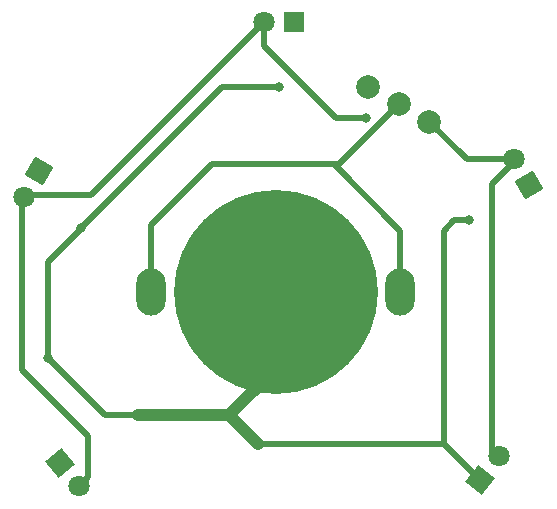
<source format=gbr>
%TF.GenerationSoftware,KiCad,Pcbnew,(6.0.4)*%
%TF.CreationDate,2024-01-19T16:04:25-08:00*%
%TF.ProjectId,Alpenglow_SunnySurprise_PCB,416c7065-6e67-46c6-9f77-5f53756e6e79,rev?*%
%TF.SameCoordinates,Original*%
%TF.FileFunction,Copper,L2,Bot*%
%TF.FilePolarity,Positive*%
%FSLAX46Y46*%
G04 Gerber Fmt 4.6, Leading zero omitted, Abs format (unit mm)*
G04 Created by KiCad (PCBNEW (6.0.4)) date 2024-01-19 16:04:25*
%MOMM*%
%LPD*%
G01*
G04 APERTURE LIST*
G04 Aperture macros list*
%AMRotRect*
0 Rectangle, with rotation*
0 The origin of the aperture is its center*
0 $1 length*
0 $2 width*
0 $3 Rotation angle, in degrees counterclockwise*
0 Add horizontal line*
21,1,$1,$2,0,0,$3*%
G04 Aperture macros list end*
%TA.AperFunction,ComponentPad*%
%ADD10R,1.800000X1.800000*%
%TD*%
%TA.AperFunction,ComponentPad*%
%ADD11C,1.800000*%
%TD*%
%TA.AperFunction,ComponentPad*%
%ADD12RotRect,1.800000X1.800000X240.000000*%
%TD*%
%TA.AperFunction,ComponentPad*%
%ADD13RotRect,1.800000X1.800000X120.000000*%
%TD*%
%TA.AperFunction,ComponentPad*%
%ADD14RotRect,1.800000X1.800000X310.000000*%
%TD*%
%TA.AperFunction,ComponentPad*%
%ADD15RotRect,1.800000X1.800000X51.000000*%
%TD*%
%TA.AperFunction,ComponentPad*%
%ADD16O,2.500000X4.000000*%
%TD*%
%TA.AperFunction,SMDPad,CuDef*%
%ADD17C,17.272000*%
%TD*%
%TA.AperFunction,ComponentPad*%
%ADD18C,2.000000*%
%TD*%
%TA.AperFunction,ViaPad*%
%ADD19C,0.800000*%
%TD*%
%TA.AperFunction,Conductor*%
%ADD20C,0.508000*%
%TD*%
%TA.AperFunction,Conductor*%
%ADD21C,1.016000*%
%TD*%
G04 APERTURE END LIST*
D10*
%TO.P,D1,1,K*%
%TO.N,GND*%
X164592000Y-57404000D03*
D11*
%TO.P,D1,2,A*%
%TO.N,/LED+*%
X162052000Y-57404000D03*
%TD*%
D12*
%TO.P,D2,1,K*%
%TO.N,GND*%
X143002000Y-69977000D03*
D11*
%TO.P,D2,2,A*%
%TO.N,/LED+*%
X141732000Y-72176705D03*
%TD*%
D13*
%TO.P,D3,1,K*%
%TO.N,GND*%
X184480200Y-71221600D03*
D11*
%TO.P,D3,2,A*%
%TO.N,/LED+*%
X183210200Y-69021895D03*
%TD*%
D14*
%TO.P,D4,1,K*%
%TO.N,GND*%
X144780000Y-94742000D03*
D11*
%TO.P,D4,2,A*%
%TO.N,/LED+*%
X146412681Y-96687753D03*
%TD*%
D15*
%TO.P,D5,1,K*%
%TO.N,GND*%
X180340000Y-96139000D03*
D11*
%TO.P,D5,2,A*%
%TO.N,/LED+*%
X181938474Y-94165049D03*
%TD*%
D16*
%TO.P,BT1,1,+*%
%TO.N,VCC*%
X152527000Y-80264000D03*
X173609000Y-80264000D03*
D17*
%TO.P,BT1,2,-*%
%TO.N,GND*%
X163068000Y-80264000D03*
%TD*%
D18*
%TO.P,SW1,1,A*%
%TO.N,unconnected-(SW1-Pad1)*%
X170865924Y-62865448D03*
%TO.P,SW1,2,B*%
%TO.N,VCC*%
X173464000Y-64365448D03*
%TO.P,SW1,3,C*%
%TO.N,/LED+*%
X176062076Y-65865448D03*
%TD*%
D19*
%TO.N,GND*%
X143764000Y-85852000D03*
X163322000Y-62865000D03*
X146558000Y-74803000D03*
X179451000Y-74168000D03*
%TO.N,/LED+*%
X170688000Y-65532000D03*
%TD*%
D20*
%TO.N,/LED+*%
X181356000Y-71097566D02*
X181356000Y-93726000D01*
X183406319Y-69047247D02*
X181356000Y-71097566D01*
X181356000Y-93726000D02*
X181864000Y-94234000D01*
%TO.N,GND*%
X177292000Y-93091000D02*
X180340000Y-96139000D01*
X148590000Y-90678000D02*
X143764000Y-85852000D01*
D21*
X159131000Y-90678000D02*
X163068000Y-86741000D01*
X161544000Y-93091000D02*
X159131000Y-90678000D01*
X151384000Y-90678000D02*
X159131000Y-90678000D01*
D20*
X179451000Y-74168000D02*
X178181000Y-74168000D01*
X177292000Y-93091000D02*
X161544000Y-93091000D01*
X146558000Y-74803000D02*
X146558000Y-74930000D01*
D21*
X163068000Y-86741000D02*
X163068000Y-80264000D01*
D20*
X151384000Y-90678000D02*
X148590000Y-90678000D01*
X158496000Y-62865000D02*
X146558000Y-74803000D01*
X146558000Y-74930000D02*
X143764000Y-77724000D01*
X178181000Y-74168000D02*
X177292000Y-75057000D01*
X163322000Y-62865000D02*
X158496000Y-62865000D01*
X143764000Y-77724000D02*
X143764000Y-85852000D01*
X177292000Y-75057000D02*
X177292000Y-93091000D01*
%TO.N,VCC*%
X167995600Y-69443600D02*
X173609000Y-75057000D01*
X167995600Y-69443600D02*
X168385848Y-69443600D01*
X152527000Y-80264000D02*
X152527000Y-74549000D01*
X152527000Y-74549000D02*
X157632400Y-69443600D01*
X157632400Y-69443600D02*
X167995600Y-69443600D01*
X168385848Y-69443600D02*
X173464000Y-64365448D01*
X173609000Y-75057000D02*
X173609000Y-80264000D01*
%TO.N,/LED+*%
X170688000Y-65532000D02*
X168173400Y-65532000D01*
X168173400Y-65532000D02*
X162052000Y-59410600D01*
X176062076Y-65865448D02*
X179218523Y-69021895D01*
X141545116Y-86884316D02*
X147136883Y-92476083D01*
X147136883Y-95922647D02*
X146236884Y-96822646D01*
X147398354Y-72057646D02*
X162052000Y-57404000D01*
X141545116Y-72057646D02*
X141545116Y-86884316D01*
X179218523Y-69021895D02*
X183210200Y-69021895D01*
X141545116Y-72057646D02*
X147398354Y-72057646D01*
X147136883Y-92476083D02*
X147136883Y-95922647D01*
X162052000Y-59410600D02*
X162052000Y-57404000D01*
%TD*%
M02*

</source>
